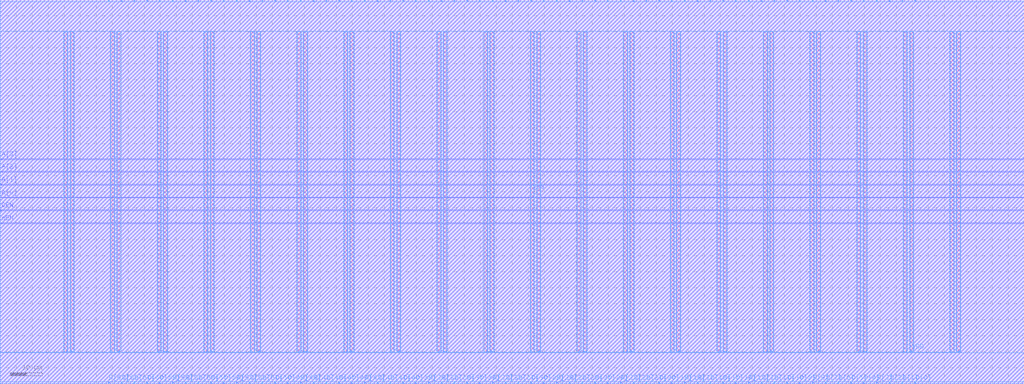
<source format=lef>
##
## LEF for PtnCells ;
## created by Innovus v15.23-s045_1 on Sat Mar 22 07:25:24 2025
##

VERSION 5.8 ;

BUSBITCHARS "[]" ;
DIVIDERCHAR "/" ;

MACRO sram_w16_in
  CLASS BLOCK ;
  SIZE 320.0000 BY 120.0000 ;
  FOREIGN sram_w16_in 0.0000 0.0000 ;
  ORIGIN 0 0 ;
  SYMMETRY X Y R90 ;
  PIN clk
    DIRECTION INPUT ;
    USE SIGNAL ;
  END clk
  PIN D[63]
    DIRECTION INPUT ;
    USE SIGNAL ;
    PORT
      LAYER M4 ;
        RECT 33.8500 0.0000 33.9500 0.5200 ;
    END
  END D[63]
  PIN D[62]
    DIRECTION INPUT ;
    USE SIGNAL ;
    PORT
      LAYER M4 ;
        RECT 37.8500 0.0000 37.9500 0.5200 ;
    END
  END D[62]
  PIN D[61]
    DIRECTION INPUT ;
    USE SIGNAL ;
    PORT
      LAYER M4 ;
        RECT 41.8500 0.0000 41.9500 0.5200 ;
    END
  END D[61]
  PIN D[60]
    DIRECTION INPUT ;
    USE SIGNAL ;
    PORT
      LAYER M4 ;
        RECT 45.8500 0.0000 45.9500 0.5200 ;
    END
  END D[60]
  PIN D[59]
    DIRECTION INPUT ;
    USE SIGNAL ;
    PORT
      LAYER M4 ;
        RECT 49.8500 0.0000 49.9500 0.5200 ;
    END
  END D[59]
  PIN D[58]
    DIRECTION INPUT ;
    USE SIGNAL ;
    PORT
      LAYER M4 ;
        RECT 53.8500 0.0000 53.9500 0.5200 ;
    END
  END D[58]
  PIN D[57]
    DIRECTION INPUT ;
    USE SIGNAL ;
    PORT
      LAYER M4 ;
        RECT 57.8500 0.0000 57.9500 0.5200 ;
    END
  END D[57]
  PIN D[56]
    DIRECTION INPUT ;
    USE SIGNAL ;
    PORT
      LAYER M4 ;
        RECT 61.8500 0.0000 61.9500 0.5200 ;
    END
  END D[56]
  PIN D[55]
    DIRECTION INPUT ;
    USE SIGNAL ;
    PORT
      LAYER M4 ;
        RECT 65.8500 0.0000 65.9500 0.5200 ;
    END
  END D[55]
  PIN D[54]
    DIRECTION INPUT ;
    USE SIGNAL ;
    PORT
      LAYER M4 ;
        RECT 69.8500 0.0000 69.9500 0.5200 ;
    END
  END D[54]
  PIN D[53]
    DIRECTION INPUT ;
    USE SIGNAL ;
    PORT
      LAYER M4 ;
        RECT 73.8500 0.0000 73.9500 0.5200 ;
    END
  END D[53]
  PIN D[52]
    DIRECTION INPUT ;
    USE SIGNAL ;
    PORT
      LAYER M4 ;
        RECT 77.8500 0.0000 77.9500 0.5200 ;
    END
  END D[52]
  PIN D[51]
    DIRECTION INPUT ;
    USE SIGNAL ;
    PORT
      LAYER M4 ;
        RECT 81.8500 0.0000 81.9500 0.5200 ;
    END
  END D[51]
  PIN D[50]
    DIRECTION INPUT ;
    USE SIGNAL ;
    PORT
      LAYER M4 ;
        RECT 85.8500 0.0000 85.9500 0.5200 ;
    END
  END D[50]
  PIN D[49]
    DIRECTION INPUT ;
    USE SIGNAL ;
    PORT
      LAYER M4 ;
        RECT 89.8500 0.0000 89.9500 0.5200 ;
    END
  END D[49]
  PIN D[48]
    DIRECTION INPUT ;
    USE SIGNAL ;
    PORT
      LAYER M4 ;
        RECT 93.8500 0.0000 93.9500 0.5200 ;
    END
  END D[48]
  PIN D[47]
    DIRECTION INPUT ;
    USE SIGNAL ;
    PORT
      LAYER M4 ;
        RECT 97.8500 0.0000 97.9500 0.5200 ;
    END
  END D[47]
  PIN D[46]
    DIRECTION INPUT ;
    USE SIGNAL ;
    PORT
      LAYER M4 ;
        RECT 101.8500 0.0000 101.9500 0.5200 ;
    END
  END D[46]
  PIN D[45]
    DIRECTION INPUT ;
    USE SIGNAL ;
    PORT
      LAYER M4 ;
        RECT 105.8500 0.0000 105.9500 0.5200 ;
    END
  END D[45]
  PIN D[44]
    DIRECTION INPUT ;
    USE SIGNAL ;
    PORT
      LAYER M4 ;
        RECT 109.8500 0.0000 109.9500 0.5200 ;
    END
  END D[44]
  PIN D[43]
    DIRECTION INPUT ;
    USE SIGNAL ;
    PORT
      LAYER M4 ;
        RECT 113.8500 0.0000 113.9500 0.5200 ;
    END
  END D[43]
  PIN D[42]
    DIRECTION INPUT ;
    USE SIGNAL ;
    PORT
      LAYER M4 ;
        RECT 117.8500 0.0000 117.9500 0.5200 ;
    END
  END D[42]
  PIN D[41]
    DIRECTION INPUT ;
    USE SIGNAL ;
    PORT
      LAYER M4 ;
        RECT 121.8500 0.0000 121.9500 0.5200 ;
    END
  END D[41]
  PIN D[40]
    DIRECTION INPUT ;
    USE SIGNAL ;
    PORT
      LAYER M4 ;
        RECT 125.8500 0.0000 125.9500 0.5200 ;
    END
  END D[40]
  PIN D[39]
    DIRECTION INPUT ;
    USE SIGNAL ;
    PORT
      LAYER M4 ;
        RECT 129.8500 0.0000 129.9500 0.5200 ;
    END
  END D[39]
  PIN D[38]
    DIRECTION INPUT ;
    USE SIGNAL ;
    PORT
      LAYER M4 ;
        RECT 133.8500 0.0000 133.9500 0.5200 ;
    END
  END D[38]
  PIN D[37]
    DIRECTION INPUT ;
    USE SIGNAL ;
    PORT
      LAYER M4 ;
        RECT 137.8500 0.0000 137.9500 0.5200 ;
    END
  END D[37]
  PIN D[36]
    DIRECTION INPUT ;
    USE SIGNAL ;
    PORT
      LAYER M4 ;
        RECT 141.8500 0.0000 141.9500 0.5200 ;
    END
  END D[36]
  PIN D[35]
    DIRECTION INPUT ;
    USE SIGNAL ;
    PORT
      LAYER M4 ;
        RECT 145.8500 0.0000 145.9500 0.5200 ;
    END
  END D[35]
  PIN D[34]
    DIRECTION INPUT ;
    USE SIGNAL ;
    PORT
      LAYER M4 ;
        RECT 149.8500 0.0000 149.9500 0.5200 ;
    END
  END D[34]
  PIN D[33]
    DIRECTION INPUT ;
    USE SIGNAL ;
    PORT
      LAYER M4 ;
        RECT 153.8500 0.0000 153.9500 0.5200 ;
    END
  END D[33]
  PIN D[32]
    DIRECTION INPUT ;
    USE SIGNAL ;
    PORT
      LAYER M4 ;
        RECT 157.8500 0.0000 157.9500 0.5200 ;
    END
  END D[32]
  PIN D[31]
    DIRECTION INPUT ;
    USE SIGNAL ;
    PORT
      LAYER M4 ;
        RECT 161.8500 0.0000 161.9500 0.5200 ;
    END
  END D[31]
  PIN D[30]
    DIRECTION INPUT ;
    USE SIGNAL ;
    PORT
      LAYER M4 ;
        RECT 165.8500 0.0000 165.9500 0.5200 ;
    END
  END D[30]
  PIN D[29]
    DIRECTION INPUT ;
    USE SIGNAL ;
    PORT
      LAYER M4 ;
        RECT 169.8500 0.0000 169.9500 0.5200 ;
    END
  END D[29]
  PIN D[28]
    DIRECTION INPUT ;
    USE SIGNAL ;
    PORT
      LAYER M4 ;
        RECT 173.8500 0.0000 173.9500 0.5200 ;
    END
  END D[28]
  PIN D[27]
    DIRECTION INPUT ;
    USE SIGNAL ;
    PORT
      LAYER M4 ;
        RECT 177.8500 0.0000 177.9500 0.5200 ;
    END
  END D[27]
  PIN D[26]
    DIRECTION INPUT ;
    USE SIGNAL ;
    PORT
      LAYER M4 ;
        RECT 181.8500 0.0000 181.9500 0.5200 ;
    END
  END D[26]
  PIN D[25]
    DIRECTION INPUT ;
    USE SIGNAL ;
    PORT
      LAYER M4 ;
        RECT 185.8500 0.0000 185.9500 0.5200 ;
    END
  END D[25]
  PIN D[24]
    DIRECTION INPUT ;
    USE SIGNAL ;
    PORT
      LAYER M4 ;
        RECT 189.8500 0.0000 189.9500 0.5200 ;
    END
  END D[24]
  PIN D[23]
    DIRECTION INPUT ;
    USE SIGNAL ;
    PORT
      LAYER M4 ;
        RECT 193.8500 0.0000 193.9500 0.5200 ;
    END
  END D[23]
  PIN D[22]
    DIRECTION INPUT ;
    USE SIGNAL ;
    PORT
      LAYER M4 ;
        RECT 197.8500 0.0000 197.9500 0.5200 ;
    END
  END D[22]
  PIN D[21]
    DIRECTION INPUT ;
    USE SIGNAL ;
    PORT
      LAYER M4 ;
        RECT 201.8500 0.0000 201.9500 0.5200 ;
    END
  END D[21]
  PIN D[20]
    DIRECTION INPUT ;
    USE SIGNAL ;
    PORT
      LAYER M4 ;
        RECT 205.8500 0.0000 205.9500 0.5200 ;
    END
  END D[20]
  PIN D[19]
    DIRECTION INPUT ;
    USE SIGNAL ;
    PORT
      LAYER M4 ;
        RECT 209.8500 0.0000 209.9500 0.5200 ;
    END
  END D[19]
  PIN D[18]
    DIRECTION INPUT ;
    USE SIGNAL ;
    PORT
      LAYER M4 ;
        RECT 213.8500 0.0000 213.9500 0.5200 ;
    END
  END D[18]
  PIN D[17]
    DIRECTION INPUT ;
    USE SIGNAL ;
    PORT
      LAYER M4 ;
        RECT 217.8500 0.0000 217.9500 0.5200 ;
    END
  END D[17]
  PIN D[16]
    DIRECTION INPUT ;
    USE SIGNAL ;
    PORT
      LAYER M4 ;
        RECT 221.8500 0.0000 221.9500 0.5200 ;
    END
  END D[16]
  PIN D[15]
    DIRECTION INPUT ;
    USE SIGNAL ;
    PORT
      LAYER M4 ;
        RECT 225.8500 0.0000 225.9500 0.5200 ;
    END
  END D[15]
  PIN D[14]
    DIRECTION INPUT ;
    USE SIGNAL ;
    PORT
      LAYER M4 ;
        RECT 229.8500 0.0000 229.9500 0.5200 ;
    END
  END D[14]
  PIN D[13]
    DIRECTION INPUT ;
    USE SIGNAL ;
    PORT
      LAYER M4 ;
        RECT 233.8500 0.0000 233.9500 0.5200 ;
    END
  END D[13]
  PIN D[12]
    DIRECTION INPUT ;
    USE SIGNAL ;
    PORT
      LAYER M4 ;
        RECT 237.8500 0.0000 237.9500 0.5200 ;
    END
  END D[12]
  PIN D[11]
    DIRECTION INPUT ;
    USE SIGNAL ;
    PORT
      LAYER M4 ;
        RECT 241.8500 0.0000 241.9500 0.5200 ;
    END
  END D[11]
  PIN D[10]
    DIRECTION INPUT ;
    USE SIGNAL ;
    PORT
      LAYER M4 ;
        RECT 245.8500 0.0000 245.9500 0.5200 ;
    END
  END D[10]
  PIN D[9]
    DIRECTION INPUT ;
    USE SIGNAL ;
    PORT
      LAYER M4 ;
        RECT 249.8500 0.0000 249.9500 0.5200 ;
    END
  END D[9]
  PIN D[8]
    DIRECTION INPUT ;
    USE SIGNAL ;
    PORT
      LAYER M4 ;
        RECT 253.8500 0.0000 253.9500 0.5200 ;
    END
  END D[8]
  PIN D[7]
    DIRECTION INPUT ;
    USE SIGNAL ;
    PORT
      LAYER M4 ;
        RECT 257.8500 0.0000 257.9500 0.5200 ;
    END
  END D[7]
  PIN D[6]
    DIRECTION INPUT ;
    USE SIGNAL ;
    PORT
      LAYER M4 ;
        RECT 261.8500 0.0000 261.9500 0.5200 ;
    END
  END D[6]
  PIN D[5]
    DIRECTION INPUT ;
    USE SIGNAL ;
    PORT
      LAYER M4 ;
        RECT 265.8500 0.0000 265.9500 0.5200 ;
    END
  END D[5]
  PIN D[4]
    DIRECTION INPUT ;
    USE SIGNAL ;
    PORT
      LAYER M4 ;
        RECT 269.8500 0.0000 269.9500 0.5200 ;
    END
  END D[4]
  PIN D[3]
    DIRECTION INPUT ;
    USE SIGNAL ;
    PORT
      LAYER M4 ;
        RECT 273.8500 0.0000 273.9500 0.5200 ;
    END
  END D[3]
  PIN D[2]
    DIRECTION INPUT ;
    USE SIGNAL ;
    PORT
      LAYER M4 ;
        RECT 277.8500 0.0000 277.9500 0.5200 ;
    END
  END D[2]
  PIN D[1]
    DIRECTION INPUT ;
    USE SIGNAL ;
    PORT
      LAYER M4 ;
        RECT 281.8500 0.0000 281.9500 0.5200 ;
    END
  END D[1]
  PIN D[0]
    DIRECTION INPUT ;
    USE SIGNAL ;
    PORT
      LAYER M4 ;
        RECT 285.8500 0.0000 285.9500 0.5200 ;
    END
  END D[0]
  PIN Q[63]
    DIRECTION OUTPUT ;
    USE SIGNAL ;
    PORT
      LAYER M4 ;
        RECT 33.8500 119.4800 33.9500 120.0000 ;
    END
  END Q[63]
  PIN Q[62]
    DIRECTION OUTPUT ;
    USE SIGNAL ;
    PORT
      LAYER M4 ;
        RECT 37.8500 119.4800 37.9500 120.0000 ;
    END
  END Q[62]
  PIN Q[61]
    DIRECTION OUTPUT ;
    USE SIGNAL ;
    PORT
      LAYER M4 ;
        RECT 41.8500 119.4800 41.9500 120.0000 ;
    END
  END Q[61]
  PIN Q[60]
    DIRECTION OUTPUT ;
    USE SIGNAL ;
    PORT
      LAYER M4 ;
        RECT 45.8500 119.4800 45.9500 120.0000 ;
    END
  END Q[60]
  PIN Q[59]
    DIRECTION OUTPUT ;
    USE SIGNAL ;
    PORT
      LAYER M4 ;
        RECT 49.8500 119.4800 49.9500 120.0000 ;
    END
  END Q[59]
  PIN Q[58]
    DIRECTION OUTPUT ;
    USE SIGNAL ;
    PORT
      LAYER M4 ;
        RECT 53.8500 119.4800 53.9500 120.0000 ;
    END
  END Q[58]
  PIN Q[57]
    DIRECTION OUTPUT ;
    USE SIGNAL ;
    PORT
      LAYER M4 ;
        RECT 57.8500 119.4800 57.9500 120.0000 ;
    END
  END Q[57]
  PIN Q[56]
    DIRECTION OUTPUT ;
    USE SIGNAL ;
    PORT
      LAYER M4 ;
        RECT 61.8500 119.4800 61.9500 120.0000 ;
    END
  END Q[56]
  PIN Q[55]
    DIRECTION OUTPUT ;
    USE SIGNAL ;
    PORT
      LAYER M4 ;
        RECT 65.8500 119.4800 65.9500 120.0000 ;
    END
  END Q[55]
  PIN Q[54]
    DIRECTION OUTPUT ;
    USE SIGNAL ;
    PORT
      LAYER M4 ;
        RECT 69.8500 119.4800 69.9500 120.0000 ;
    END
  END Q[54]
  PIN Q[53]
    DIRECTION OUTPUT ;
    USE SIGNAL ;
    PORT
      LAYER M4 ;
        RECT 73.8500 119.4800 73.9500 120.0000 ;
    END
  END Q[53]
  PIN Q[52]
    DIRECTION OUTPUT ;
    USE SIGNAL ;
    PORT
      LAYER M4 ;
        RECT 77.8500 119.4800 77.9500 120.0000 ;
    END
  END Q[52]
  PIN Q[51]
    DIRECTION OUTPUT ;
    USE SIGNAL ;
    PORT
      LAYER M4 ;
        RECT 81.8500 119.4800 81.9500 120.0000 ;
    END
  END Q[51]
  PIN Q[50]
    DIRECTION OUTPUT ;
    USE SIGNAL ;
    PORT
      LAYER M4 ;
        RECT 85.8500 119.4800 85.9500 120.0000 ;
    END
  END Q[50]
  PIN Q[49]
    DIRECTION OUTPUT ;
    USE SIGNAL ;
    PORT
      LAYER M4 ;
        RECT 89.8500 119.4800 89.9500 120.0000 ;
    END
  END Q[49]
  PIN Q[48]
    DIRECTION OUTPUT ;
    USE SIGNAL ;
    PORT
      LAYER M4 ;
        RECT 93.8500 119.4800 93.9500 120.0000 ;
    END
  END Q[48]
  PIN Q[47]
    DIRECTION OUTPUT ;
    USE SIGNAL ;
    PORT
      LAYER M4 ;
        RECT 97.8500 119.4800 97.9500 120.0000 ;
    END
  END Q[47]
  PIN Q[46]
    DIRECTION OUTPUT ;
    USE SIGNAL ;
    PORT
      LAYER M4 ;
        RECT 101.8500 119.4800 101.9500 120.0000 ;
    END
  END Q[46]
  PIN Q[45]
    DIRECTION OUTPUT ;
    USE SIGNAL ;
    PORT
      LAYER M4 ;
        RECT 105.8500 119.4800 105.9500 120.0000 ;
    END
  END Q[45]
  PIN Q[44]
    DIRECTION OUTPUT ;
    USE SIGNAL ;
    PORT
      LAYER M4 ;
        RECT 109.8500 119.4800 109.9500 120.0000 ;
    END
  END Q[44]
  PIN Q[43]
    DIRECTION OUTPUT ;
    USE SIGNAL ;
    PORT
      LAYER M4 ;
        RECT 113.8500 119.4800 113.9500 120.0000 ;
    END
  END Q[43]
  PIN Q[42]
    DIRECTION OUTPUT ;
    USE SIGNAL ;
    PORT
      LAYER M4 ;
        RECT 117.8500 119.4800 117.9500 120.0000 ;
    END
  END Q[42]
  PIN Q[41]
    DIRECTION OUTPUT ;
    USE SIGNAL ;
    PORT
      LAYER M4 ;
        RECT 121.8500 119.4800 121.9500 120.0000 ;
    END
  END Q[41]
  PIN Q[40]
    DIRECTION OUTPUT ;
    USE SIGNAL ;
    PORT
      LAYER M4 ;
        RECT 125.8500 119.4800 125.9500 120.0000 ;
    END
  END Q[40]
  PIN Q[39]
    DIRECTION OUTPUT ;
    USE SIGNAL ;
    PORT
      LAYER M4 ;
        RECT 129.8500 119.4800 129.9500 120.0000 ;
    END
  END Q[39]
  PIN Q[38]
    DIRECTION OUTPUT ;
    USE SIGNAL ;
    PORT
      LAYER M4 ;
        RECT 133.8500 119.4800 133.9500 120.0000 ;
    END
  END Q[38]
  PIN Q[37]
    DIRECTION OUTPUT ;
    USE SIGNAL ;
    PORT
      LAYER M4 ;
        RECT 137.8500 119.4800 137.9500 120.0000 ;
    END
  END Q[37]
  PIN Q[36]
    DIRECTION OUTPUT ;
    USE SIGNAL ;
    PORT
      LAYER M4 ;
        RECT 141.8500 119.4800 141.9500 120.0000 ;
    END
  END Q[36]
  PIN Q[35]
    DIRECTION OUTPUT ;
    USE SIGNAL ;
    PORT
      LAYER M4 ;
        RECT 145.8500 119.4800 145.9500 120.0000 ;
    END
  END Q[35]
  PIN Q[34]
    DIRECTION OUTPUT ;
    USE SIGNAL ;
    PORT
      LAYER M4 ;
        RECT 149.8500 119.4800 149.9500 120.0000 ;
    END
  END Q[34]
  PIN Q[33]
    DIRECTION OUTPUT ;
    USE SIGNAL ;
    PORT
      LAYER M4 ;
        RECT 153.8500 119.4800 153.9500 120.0000 ;
    END
  END Q[33]
  PIN Q[32]
    DIRECTION OUTPUT ;
    USE SIGNAL ;
    PORT
      LAYER M4 ;
        RECT 157.8500 119.4800 157.9500 120.0000 ;
    END
  END Q[32]
  PIN Q[31]
    DIRECTION OUTPUT ;
    USE SIGNAL ;
    PORT
      LAYER M4 ;
        RECT 161.8500 119.4800 161.9500 120.0000 ;
    END
  END Q[31]
  PIN Q[30]
    DIRECTION OUTPUT ;
    USE SIGNAL ;
    PORT
      LAYER M4 ;
        RECT 165.8500 119.4800 165.9500 120.0000 ;
    END
  END Q[30]
  PIN Q[29]
    DIRECTION OUTPUT ;
    USE SIGNAL ;
    PORT
      LAYER M4 ;
        RECT 169.8500 119.4800 169.9500 120.0000 ;
    END
  END Q[29]
  PIN Q[28]
    DIRECTION OUTPUT ;
    USE SIGNAL ;
    PORT
      LAYER M4 ;
        RECT 173.8500 119.4800 173.9500 120.0000 ;
    END
  END Q[28]
  PIN Q[27]
    DIRECTION OUTPUT ;
    USE SIGNAL ;
    PORT
      LAYER M4 ;
        RECT 177.8500 119.4800 177.9500 120.0000 ;
    END
  END Q[27]
  PIN Q[26]
    DIRECTION OUTPUT ;
    USE SIGNAL ;
    PORT
      LAYER M4 ;
        RECT 181.8500 119.4800 181.9500 120.0000 ;
    END
  END Q[26]
  PIN Q[25]
    DIRECTION OUTPUT ;
    USE SIGNAL ;
    PORT
      LAYER M4 ;
        RECT 185.8500 119.4800 185.9500 120.0000 ;
    END
  END Q[25]
  PIN Q[24]
    DIRECTION OUTPUT ;
    USE SIGNAL ;
    PORT
      LAYER M4 ;
        RECT 189.8500 119.4800 189.9500 120.0000 ;
    END
  END Q[24]
  PIN Q[23]
    DIRECTION OUTPUT ;
    USE SIGNAL ;
    PORT
      LAYER M4 ;
        RECT 193.8500 119.4800 193.9500 120.0000 ;
    END
  END Q[23]
  PIN Q[22]
    DIRECTION OUTPUT ;
    USE SIGNAL ;
    PORT
      LAYER M4 ;
        RECT 197.8500 119.4800 197.9500 120.0000 ;
    END
  END Q[22]
  PIN Q[21]
    DIRECTION OUTPUT ;
    USE SIGNAL ;
    PORT
      LAYER M4 ;
        RECT 201.8500 119.4800 201.9500 120.0000 ;
    END
  END Q[21]
  PIN Q[20]
    DIRECTION OUTPUT ;
    USE SIGNAL ;
    PORT
      LAYER M4 ;
        RECT 205.8500 119.4800 205.9500 120.0000 ;
    END
  END Q[20]
  PIN Q[19]
    DIRECTION OUTPUT ;
    USE SIGNAL ;
    PORT
      LAYER M4 ;
        RECT 209.8500 119.4800 209.9500 120.0000 ;
    END
  END Q[19]
  PIN Q[18]
    DIRECTION OUTPUT ;
    USE SIGNAL ;
    PORT
      LAYER M4 ;
        RECT 213.8500 119.4800 213.9500 120.0000 ;
    END
  END Q[18]
  PIN Q[17]
    DIRECTION OUTPUT ;
    USE SIGNAL ;
    PORT
      LAYER M4 ;
        RECT 217.8500 119.4800 217.9500 120.0000 ;
    END
  END Q[17]
  PIN Q[16]
    DIRECTION OUTPUT ;
    USE SIGNAL ;
    PORT
      LAYER M4 ;
        RECT 221.8500 119.4800 221.9500 120.0000 ;
    END
  END Q[16]
  PIN Q[15]
    DIRECTION OUTPUT ;
    USE SIGNAL ;
    PORT
      LAYER M4 ;
        RECT 225.8500 119.4800 225.9500 120.0000 ;
    END
  END Q[15]
  PIN Q[14]
    DIRECTION OUTPUT ;
    USE SIGNAL ;
    PORT
      LAYER M4 ;
        RECT 229.8500 119.4800 229.9500 120.0000 ;
    END
  END Q[14]
  PIN Q[13]
    DIRECTION OUTPUT ;
    USE SIGNAL ;
    PORT
      LAYER M4 ;
        RECT 233.8500 119.4800 233.9500 120.0000 ;
    END
  END Q[13]
  PIN Q[12]
    DIRECTION OUTPUT ;
    USE SIGNAL ;
    PORT
      LAYER M4 ;
        RECT 237.8500 119.4800 237.9500 120.0000 ;
    END
  END Q[12]
  PIN Q[11]
    DIRECTION OUTPUT ;
    USE SIGNAL ;
    PORT
      LAYER M4 ;
        RECT 241.8500 119.4800 241.9500 120.0000 ;
    END
  END Q[11]
  PIN Q[10]
    DIRECTION OUTPUT ;
    USE SIGNAL ;
    PORT
      LAYER M4 ;
        RECT 245.8500 119.4800 245.9500 120.0000 ;
    END
  END Q[10]
  PIN Q[9]
    DIRECTION OUTPUT ;
    USE SIGNAL ;
    PORT
      LAYER M4 ;
        RECT 249.8500 119.4800 249.9500 120.0000 ;
    END
  END Q[9]
  PIN Q[8]
    DIRECTION OUTPUT ;
    USE SIGNAL ;
    PORT
      LAYER M4 ;
        RECT 253.8500 119.4800 253.9500 120.0000 ;
    END
  END Q[8]
  PIN Q[7]
    DIRECTION OUTPUT ;
    USE SIGNAL ;
    PORT
      LAYER M4 ;
        RECT 257.8500 119.4800 257.9500 120.0000 ;
    END
  END Q[7]
  PIN Q[6]
    DIRECTION OUTPUT ;
    USE SIGNAL ;
    PORT
      LAYER M4 ;
        RECT 261.8500 119.4800 261.9500 120.0000 ;
    END
  END Q[6]
  PIN Q[5]
    DIRECTION OUTPUT ;
    USE SIGNAL ;
    PORT
      LAYER M4 ;
        RECT 265.8500 119.4800 265.9500 120.0000 ;
    END
  END Q[5]
  PIN Q[4]
    DIRECTION OUTPUT ;
    USE SIGNAL ;
    PORT
      LAYER M4 ;
        RECT 269.8500 119.4800 269.9500 120.0000 ;
    END
  END Q[4]
  PIN Q[3]
    DIRECTION OUTPUT ;
    USE SIGNAL ;
    PORT
      LAYER M4 ;
        RECT 273.8500 119.4800 273.9500 120.0000 ;
    END
  END Q[3]
  PIN Q[2]
    DIRECTION OUTPUT ;
    USE SIGNAL ;
    PORT
      LAYER M4 ;
        RECT 277.8500 119.4800 277.9500 120.0000 ;
    END
  END Q[2]
  PIN Q[1]
    DIRECTION OUTPUT ;
    USE SIGNAL ;
    PORT
      LAYER M4 ;
        RECT 281.8500 119.4800 281.9500 120.0000 ;
    END
  END Q[1]
  PIN Q[0]
    DIRECTION OUTPUT ;
    USE SIGNAL ;
    PORT
      LAYER M4 ;
        RECT 285.8500 119.4800 285.9500 120.0000 ;
    END
  END Q[0]
  PIN CEN
    DIRECTION INPUT ;
    USE SIGNAL ;
    PORT
      LAYER M3 ;
        RECT 0.0000 54.1500 0.5200 54.2500 ;
    END
  END CEN
  PIN WEN
    DIRECTION INPUT ;
    USE SIGNAL ;
    PORT
      LAYER M3 ;
        RECT 0.0000 50.1500 0.5200 50.2500 ;
    END
  END WEN
  PIN A[3]
    DIRECTION INPUT ;
    USE SIGNAL ;
    PORT
      LAYER M3 ;
        RECT 0.0000 70.1500 0.5200 70.2500 ;
    END
  END A[3]
  PIN A[2]
    DIRECTION INPUT ;
    USE SIGNAL ;
    PORT
      LAYER M3 ;
        RECT 0.0000 66.1500 0.5200 66.2500 ;
    END
  END A[2]
  PIN A[1]
    DIRECTION INPUT ;
    USE SIGNAL ;
    PORT
      LAYER M3 ;
        RECT 0.0000 62.1500 0.5200 62.2500 ;
    END
  END A[1]
  PIN A[0]
    DIRECTION INPUT ;
    USE SIGNAL ;
    PORT
      LAYER M3 ;
        RECT 0.0000 58.1500 0.5200 58.2500 ;
    END
  END A[0]
  PIN VSS
    DIRECTION INOUT ;
    USE GROUND ;

# P/G power stripe data as pin
    PORT
      LAYER M4 ;
        RECT 151.1750 10.0000 152.1750 110.0000 ;
        RECT 136.6000 10.0000 137.6000 110.0000 ;
        RECT 122.0250 10.0000 123.0250 110.0000 ;
        RECT 107.4500 10.0000 108.4500 110.0000 ;
        RECT 92.8750 10.0000 93.8750 110.0000 ;
        RECT 78.3000 10.0000 79.3000 110.0000 ;
        RECT 63.7250 10.0000 64.7250 110.0000 ;
        RECT 49.1500 10.0000 50.1500 110.0000 ;
        RECT 34.5750 10.0000 35.5750 110.0000 ;
        RECT 20.0000 10.0000 21.0000 110.0000 ;
        RECT 296.9250 10.0000 297.9250 110.0000 ;
        RECT 282.3500 10.0000 283.3500 110.0000 ;
        RECT 267.7750 10.0000 268.7750 110.0000 ;
        RECT 253.2000 10.0000 254.2000 110.0000 ;
        RECT 238.6250 10.0000 239.6250 110.0000 ;
        RECT 224.0500 10.0000 225.0500 110.0000 ;
        RECT 209.4750 10.0000 210.4750 110.0000 ;
        RECT 194.9000 10.0000 195.9000 110.0000 ;
        RECT 180.3250 10.0000 181.3250 110.0000 ;
        RECT 165.7500 10.0000 166.7500 110.0000 ;
    END
# end of P/G power stripe data as pin

  END VSS
  PIN VDD
    DIRECTION INOUT ;
    USE POWER ;

# P/G power stripe data as pin
    PORT
      LAYER M4 ;
        RECT 153.1750 10.0000 154.1750 110.0000 ;
        RECT 138.6000 10.0000 139.6000 110.0000 ;
        RECT 124.0250 10.0000 125.0250 110.0000 ;
        RECT 109.4500 10.0000 110.4500 110.0000 ;
        RECT 94.8750 10.0000 95.8750 110.0000 ;
        RECT 80.3000 10.0000 81.3000 110.0000 ;
        RECT 65.7250 10.0000 66.7250 110.0000 ;
        RECT 51.1500 10.0000 52.1500 110.0000 ;
        RECT 36.5750 10.0000 37.5750 110.0000 ;
        RECT 22.0000 10.0000 23.0000 110.0000 ;
        RECT 167.7500 10.0000 168.7500 110.0000 ;
        RECT 182.3250 10.0000 183.3250 110.0000 ;
        RECT 196.9000 10.0000 197.9000 110.0000 ;
        RECT 211.4750 10.0000 212.4750 110.0000 ;
        RECT 226.0500 10.0000 227.0500 110.0000 ;
        RECT 240.6250 10.0000 241.6250 110.0000 ;
        RECT 255.2000 10.0000 256.2000 110.0000 ;
        RECT 269.7750 10.0000 270.7750 110.0000 ;
        RECT 284.3500 10.0000 285.3500 110.0000 ;
        RECT 298.9250 10.0000 299.9250 110.0000 ;
        RECT 36.5750 9.8350 37.5750 10.1650 ;
        RECT 22.0000 9.8350 23.0000 10.1650 ;
        RECT 51.1500 9.8350 52.1500 10.1650 ;
        RECT 65.7250 9.8350 66.7250 10.1650 ;
        RECT 94.8750 9.8350 95.8750 10.1650 ;
        RECT 80.3000 9.8350 81.3000 10.1650 ;
        RECT 109.4500 9.8350 110.4500 10.1650 ;
        RECT 138.6000 9.8350 139.6000 10.1650 ;
        RECT 124.0250 9.8350 125.0250 10.1650 ;
        RECT 153.1750 9.8350 154.1750 10.1650 ;
        RECT 167.7500 9.8350 168.7500 10.1650 ;
        RECT 196.9000 9.8350 197.9000 10.1650 ;
        RECT 182.3250 9.8350 183.3250 10.1650 ;
        RECT 211.4750 9.8350 212.4750 10.1650 ;
        RECT 226.0500 9.8350 227.0500 10.1650 ;
        RECT 255.2000 9.8350 256.2000 10.1650 ;
        RECT 240.6250 9.8350 241.6250 10.1650 ;
        RECT 269.7750 9.8350 270.7750 10.1650 ;
        RECT 298.9250 9.8350 299.9250 10.1650 ;
        RECT 284.3500 9.8350 285.3500 10.1650 ;
    END
# end of P/G power stripe data as pin

  END VDD
  OBS
    LAYER M1 ;
      RECT 0.0000 0.0000 320.0000 120.0000 ;
    LAYER M2 ;
      RECT 0.0000 0.0000 320.0000 120.0000 ;
    LAYER M3 ;
      RECT 0.0000 70.3500 320.0000 120.0000 ;
      RECT 0.6200 70.0500 320.0000 70.3500 ;
      RECT 0.0000 66.3500 320.0000 70.0500 ;
      RECT 0.6200 66.0500 320.0000 66.3500 ;
      RECT 0.0000 62.3500 320.0000 66.0500 ;
      RECT 0.6200 62.0500 320.0000 62.3500 ;
      RECT 0.0000 58.3500 320.0000 62.0500 ;
      RECT 0.6200 58.0500 320.0000 58.3500 ;
      RECT 0.0000 54.3500 320.0000 58.0500 ;
      RECT 0.6200 54.0500 320.0000 54.3500 ;
      RECT 0.0000 50.3500 320.0000 54.0500 ;
      RECT 0.6200 50.0500 320.0000 50.3500 ;
      RECT 0.0000 0.0000 320.0000 50.0500 ;
    LAYER M4 ;
      RECT 286.0500 119.3800 320.0000 120.0000 ;
      RECT 282.0500 119.3800 285.7500 120.0000 ;
      RECT 278.0500 119.3800 281.7500 120.0000 ;
      RECT 274.0500 119.3800 277.7500 120.0000 ;
      RECT 270.0500 119.3800 273.7500 120.0000 ;
      RECT 266.0500 119.3800 269.7500 120.0000 ;
      RECT 262.0500 119.3800 265.7500 120.0000 ;
      RECT 258.0500 119.3800 261.7500 120.0000 ;
      RECT 254.0500 119.3800 257.7500 120.0000 ;
      RECT 250.0500 119.3800 253.7500 120.0000 ;
      RECT 246.0500 119.3800 249.7500 120.0000 ;
      RECT 242.0500 119.3800 245.7500 120.0000 ;
      RECT 238.0500 119.3800 241.7500 120.0000 ;
      RECT 234.0500 119.3800 237.7500 120.0000 ;
      RECT 230.0500 119.3800 233.7500 120.0000 ;
      RECT 226.0500 119.3800 229.7500 120.0000 ;
      RECT 222.0500 119.3800 225.7500 120.0000 ;
      RECT 218.0500 119.3800 221.7500 120.0000 ;
      RECT 214.0500 119.3800 217.7500 120.0000 ;
      RECT 210.0500 119.3800 213.7500 120.0000 ;
      RECT 206.0500 119.3800 209.7500 120.0000 ;
      RECT 202.0500 119.3800 205.7500 120.0000 ;
      RECT 198.0500 119.3800 201.7500 120.0000 ;
      RECT 194.0500 119.3800 197.7500 120.0000 ;
      RECT 190.0500 119.3800 193.7500 120.0000 ;
      RECT 186.0500 119.3800 189.7500 120.0000 ;
      RECT 182.0500 119.3800 185.7500 120.0000 ;
      RECT 178.0500 119.3800 181.7500 120.0000 ;
      RECT 174.0500 119.3800 177.7500 120.0000 ;
      RECT 170.0500 119.3800 173.7500 120.0000 ;
      RECT 166.0500 119.3800 169.7500 120.0000 ;
      RECT 162.0500 119.3800 165.7500 120.0000 ;
      RECT 158.0500 119.3800 161.7500 120.0000 ;
      RECT 154.0500 119.3800 157.7500 120.0000 ;
      RECT 150.0500 119.3800 153.7500 120.0000 ;
      RECT 146.0500 119.3800 149.7500 120.0000 ;
      RECT 142.0500 119.3800 145.7500 120.0000 ;
      RECT 138.0500 119.3800 141.7500 120.0000 ;
      RECT 134.0500 119.3800 137.7500 120.0000 ;
      RECT 130.0500 119.3800 133.7500 120.0000 ;
      RECT 126.0500 119.3800 129.7500 120.0000 ;
      RECT 122.0500 119.3800 125.7500 120.0000 ;
      RECT 118.0500 119.3800 121.7500 120.0000 ;
      RECT 114.0500 119.3800 117.7500 120.0000 ;
      RECT 110.0500 119.3800 113.7500 120.0000 ;
      RECT 106.0500 119.3800 109.7500 120.0000 ;
      RECT 102.0500 119.3800 105.7500 120.0000 ;
      RECT 98.0500 119.3800 101.7500 120.0000 ;
      RECT 94.0500 119.3800 97.7500 120.0000 ;
      RECT 90.0500 119.3800 93.7500 120.0000 ;
      RECT 86.0500 119.3800 89.7500 120.0000 ;
      RECT 82.0500 119.3800 85.7500 120.0000 ;
      RECT 78.0500 119.3800 81.7500 120.0000 ;
      RECT 74.0500 119.3800 77.7500 120.0000 ;
      RECT 70.0500 119.3800 73.7500 120.0000 ;
      RECT 66.0500 119.3800 69.7500 120.0000 ;
      RECT 62.0500 119.3800 65.7500 120.0000 ;
      RECT 58.0500 119.3800 61.7500 120.0000 ;
      RECT 54.0500 119.3800 57.7500 120.0000 ;
      RECT 50.0500 119.3800 53.7500 120.0000 ;
      RECT 46.0500 119.3800 49.7500 120.0000 ;
      RECT 42.0500 119.3800 45.7500 120.0000 ;
      RECT 38.0500 119.3800 41.7500 120.0000 ;
      RECT 34.0500 119.3800 37.7500 120.0000 ;
      RECT 0.0000 119.3800 33.7500 120.0000 ;
      RECT 0.0000 110.1600 320.0000 119.3800 ;
      RECT 298.0850 9.8400 298.7650 110.1600 ;
      RECT 285.5100 9.8400 296.7650 110.1600 ;
      RECT 283.5100 9.8400 284.1900 110.1600 ;
      RECT 270.9350 9.8400 282.1900 110.1600 ;
      RECT 268.9350 9.8400 269.6150 110.1600 ;
      RECT 256.3600 9.8400 267.6150 110.1600 ;
      RECT 254.3600 9.8400 255.0400 110.1600 ;
      RECT 241.7850 9.8400 253.0400 110.1600 ;
      RECT 239.7850 9.8400 240.4650 110.1600 ;
      RECT 227.2100 9.8400 238.4650 110.1600 ;
      RECT 225.2100 9.8400 225.8900 110.1600 ;
      RECT 212.6350 9.8400 223.8900 110.1600 ;
      RECT 210.6350 9.8400 211.3150 110.1600 ;
      RECT 198.0600 9.8400 209.3150 110.1600 ;
      RECT 196.0600 9.8400 196.7400 110.1600 ;
      RECT 183.4850 9.8400 194.7400 110.1600 ;
      RECT 181.4850 9.8400 182.1650 110.1600 ;
      RECT 168.9100 9.8400 180.1650 110.1600 ;
      RECT 166.9100 9.8400 167.5900 110.1600 ;
      RECT 154.3350 9.8400 165.5900 110.1600 ;
      RECT 152.3350 9.8400 153.0150 110.1600 ;
      RECT 139.7600 9.8400 151.0150 110.1600 ;
      RECT 137.7600 9.8400 138.4400 110.1600 ;
      RECT 125.1850 9.8400 136.4400 110.1600 ;
      RECT 123.1850 9.8400 123.8650 110.1600 ;
      RECT 110.6100 9.8400 121.8650 110.1600 ;
      RECT 108.6100 9.8400 109.2900 110.1600 ;
      RECT 96.0350 9.8400 107.2900 110.1600 ;
      RECT 94.0350 9.8400 94.7150 110.1600 ;
      RECT 81.4600 9.8400 92.7150 110.1600 ;
      RECT 79.4600 9.8400 80.1400 110.1600 ;
      RECT 66.8850 9.8400 78.1400 110.1600 ;
      RECT 64.8850 9.8400 65.5650 110.1600 ;
      RECT 52.3100 9.8400 63.5650 110.1600 ;
      RECT 50.3100 9.8400 50.9900 110.1600 ;
      RECT 37.7350 9.8400 48.9900 110.1600 ;
      RECT 35.7350 9.8400 36.4150 110.1600 ;
      RECT 23.1600 9.8400 34.4150 110.1600 ;
      RECT 21.1600 9.8400 21.8400 110.1600 ;
      RECT 0.0000 9.8400 19.8400 110.1600 ;
      RECT 300.0850 9.6750 320.0000 110.1600 ;
      RECT 285.5100 9.6750 298.7650 9.8400 ;
      RECT 270.9350 9.6750 284.1900 9.8400 ;
      RECT 256.3600 9.6750 269.6150 9.8400 ;
      RECT 241.7850 9.6750 255.0400 9.8400 ;
      RECT 227.2100 9.6750 240.4650 9.8400 ;
      RECT 212.6350 9.6750 225.8900 9.8400 ;
      RECT 198.0600 9.6750 211.3150 9.8400 ;
      RECT 183.4850 9.6750 196.7400 9.8400 ;
      RECT 168.9100 9.6750 182.1650 9.8400 ;
      RECT 154.3350 9.6750 167.5900 9.8400 ;
      RECT 139.7600 9.6750 153.0150 9.8400 ;
      RECT 125.1850 9.6750 138.4400 9.8400 ;
      RECT 110.6100 9.6750 123.8650 9.8400 ;
      RECT 96.0350 9.6750 109.2900 9.8400 ;
      RECT 81.4600 9.6750 94.7150 9.8400 ;
      RECT 66.8850 9.6750 80.1400 9.8400 ;
      RECT 52.3100 9.6750 65.5650 9.8400 ;
      RECT 37.7350 9.6750 50.9900 9.8400 ;
      RECT 23.1600 9.6750 36.4150 9.8400 ;
      RECT 0.0000 9.6750 21.8400 9.8400 ;
      RECT 0.0000 0.6200 320.0000 9.6750 ;
      RECT 286.0500 0.0000 320.0000 0.6200 ;
      RECT 282.0500 0.0000 285.7500 0.6200 ;
      RECT 278.0500 0.0000 281.7500 0.6200 ;
      RECT 274.0500 0.0000 277.7500 0.6200 ;
      RECT 270.0500 0.0000 273.7500 0.6200 ;
      RECT 266.0500 0.0000 269.7500 0.6200 ;
      RECT 262.0500 0.0000 265.7500 0.6200 ;
      RECT 258.0500 0.0000 261.7500 0.6200 ;
      RECT 254.0500 0.0000 257.7500 0.6200 ;
      RECT 250.0500 0.0000 253.7500 0.6200 ;
      RECT 246.0500 0.0000 249.7500 0.6200 ;
      RECT 242.0500 0.0000 245.7500 0.6200 ;
      RECT 238.0500 0.0000 241.7500 0.6200 ;
      RECT 234.0500 0.0000 237.7500 0.6200 ;
      RECT 230.0500 0.0000 233.7500 0.6200 ;
      RECT 226.0500 0.0000 229.7500 0.6200 ;
      RECT 222.0500 0.0000 225.7500 0.6200 ;
      RECT 218.0500 0.0000 221.7500 0.6200 ;
      RECT 214.0500 0.0000 217.7500 0.6200 ;
      RECT 210.0500 0.0000 213.7500 0.6200 ;
      RECT 206.0500 0.0000 209.7500 0.6200 ;
      RECT 202.0500 0.0000 205.7500 0.6200 ;
      RECT 198.0500 0.0000 201.7500 0.6200 ;
      RECT 194.0500 0.0000 197.7500 0.6200 ;
      RECT 190.0500 0.0000 193.7500 0.6200 ;
      RECT 186.0500 0.0000 189.7500 0.6200 ;
      RECT 182.0500 0.0000 185.7500 0.6200 ;
      RECT 178.0500 0.0000 181.7500 0.6200 ;
      RECT 174.0500 0.0000 177.7500 0.6200 ;
      RECT 170.0500 0.0000 173.7500 0.6200 ;
      RECT 166.0500 0.0000 169.7500 0.6200 ;
      RECT 162.0500 0.0000 165.7500 0.6200 ;
      RECT 158.0500 0.0000 161.7500 0.6200 ;
      RECT 154.0500 0.0000 157.7500 0.6200 ;
      RECT 150.0500 0.0000 153.7500 0.6200 ;
      RECT 146.0500 0.0000 149.7500 0.6200 ;
      RECT 142.0500 0.0000 145.7500 0.6200 ;
      RECT 138.0500 0.0000 141.7500 0.6200 ;
      RECT 134.0500 0.0000 137.7500 0.6200 ;
      RECT 130.0500 0.0000 133.7500 0.6200 ;
      RECT 126.0500 0.0000 129.7500 0.6200 ;
      RECT 122.0500 0.0000 125.7500 0.6200 ;
      RECT 118.0500 0.0000 121.7500 0.6200 ;
      RECT 114.0500 0.0000 117.7500 0.6200 ;
      RECT 110.0500 0.0000 113.7500 0.6200 ;
      RECT 106.0500 0.0000 109.7500 0.6200 ;
      RECT 102.0500 0.0000 105.7500 0.6200 ;
      RECT 98.0500 0.0000 101.7500 0.6200 ;
      RECT 94.0500 0.0000 97.7500 0.6200 ;
      RECT 90.0500 0.0000 93.7500 0.6200 ;
      RECT 86.0500 0.0000 89.7500 0.6200 ;
      RECT 82.0500 0.0000 85.7500 0.6200 ;
      RECT 78.0500 0.0000 81.7500 0.6200 ;
      RECT 74.0500 0.0000 77.7500 0.6200 ;
      RECT 70.0500 0.0000 73.7500 0.6200 ;
      RECT 66.0500 0.0000 69.7500 0.6200 ;
      RECT 62.0500 0.0000 65.7500 0.6200 ;
      RECT 58.0500 0.0000 61.7500 0.6200 ;
      RECT 54.0500 0.0000 57.7500 0.6200 ;
      RECT 50.0500 0.0000 53.7500 0.6200 ;
      RECT 46.0500 0.0000 49.7500 0.6200 ;
      RECT 42.0500 0.0000 45.7500 0.6200 ;
      RECT 38.0500 0.0000 41.7500 0.6200 ;
      RECT 34.0500 0.0000 37.7500 0.6200 ;
      RECT 0.0000 0.0000 33.7500 0.6200 ;
  END
END sram_w16_in

END LIBRARY

</source>
